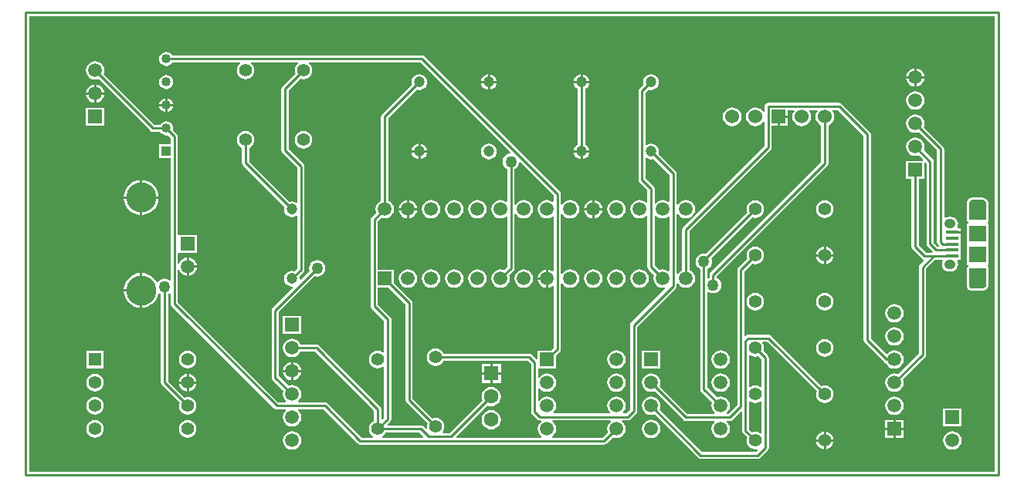
<source format=gtl>
G04 Layer_Physical_Order=1*
G04 Layer_Color=255*
%FSLAX24Y24*%
%MOIN*%
G70*
G01*
G75*
%ADD10R,0.0531X0.0157*%
%ADD11R,0.0748X0.0709*%
%ADD12C,0.0100*%
%ADD13C,0.0550*%
%ADD14R,0.0550X0.0550*%
%ADD15R,0.0591X0.0591*%
%ADD16C,0.0591*%
%ADD17C,0.0400*%
%ADD18R,0.0400X0.0400*%
%ADD19C,0.0600*%
%ADD20R,0.0600X0.0600*%
%ADD21C,0.0551*%
%ADD22R,0.0630X0.0630*%
%ADD23C,0.0630*%
%ADD24R,0.0591X0.0591*%
%ADD25C,0.1299*%
%ADD26O,0.0492X0.0413*%
%ADD27C,0.0472*%
%ADD28C,0.0500*%
G36*
X41847Y153D02*
X153D01*
Y19847D01*
X41847D01*
Y153D01*
D02*
G37*
%LPC*%
G36*
X7392Y8966D02*
X7050D01*
Y8624D01*
X7103Y8631D01*
X7199Y8670D01*
X7282Y8734D01*
X7345Y8816D01*
X7385Y8913D01*
X7392Y8966D01*
D02*
G37*
G36*
X26500Y8899D02*
X26397Y8885D01*
X26301Y8845D01*
X26218Y8782D01*
X26155Y8699D01*
X26115Y8603D01*
X26101Y8500D01*
X26115Y8397D01*
X26155Y8301D01*
X26218Y8218D01*
X26301Y8155D01*
X26397Y8115D01*
X26500Y8101D01*
X26603Y8115D01*
X26699Y8155D01*
X26782Y8218D01*
X26845Y8301D01*
X26885Y8397D01*
X26899Y8500D01*
X26885Y8603D01*
X26845Y8699D01*
X26782Y8782D01*
X26699Y8845D01*
X26603Y8885D01*
X26500Y8899D01*
D02*
G37*
G36*
X7050Y9408D02*
Y9066D01*
X7392D01*
X7385Y9119D01*
X7345Y9215D01*
X7282Y9298D01*
X7199Y9361D01*
X7103Y9401D01*
X7050Y9408D01*
D02*
G37*
G36*
X34450Y9450D02*
X34128D01*
X34134Y9402D01*
X34172Y9311D01*
X34232Y9232D01*
X34311Y9172D01*
X34402Y9134D01*
X34450Y9128D01*
Y9450D01*
D02*
G37*
G36*
X25500Y8899D02*
X25397Y8885D01*
X25301Y8845D01*
X25218Y8782D01*
X25155Y8699D01*
X25115Y8603D01*
X25101Y8500D01*
X25115Y8397D01*
X25155Y8301D01*
X25218Y8218D01*
X25301Y8155D01*
X25397Y8115D01*
X25500Y8101D01*
X25603Y8115D01*
X25699Y8155D01*
X25782Y8218D01*
X25845Y8301D01*
X25885Y8397D01*
X25899Y8500D01*
X25885Y8603D01*
X25845Y8699D01*
X25782Y8782D01*
X25699Y8845D01*
X25603Y8885D01*
X25500Y8899D01*
D02*
G37*
G36*
X37895Y2395D02*
X37550D01*
Y2050D01*
X37895D01*
Y2395D01*
D02*
G37*
G36*
X40395Y2895D02*
X39605D01*
Y2105D01*
X40395D01*
Y2895D01*
D02*
G37*
G36*
X24500Y8899D02*
X24397Y8885D01*
X24301Y8845D01*
X24218Y8782D01*
X24155Y8699D01*
X24115Y8603D01*
X24101Y8500D01*
X24115Y8397D01*
X24155Y8301D01*
X24218Y8218D01*
X24301Y8155D01*
X24397Y8115D01*
X24500Y8101D01*
X24603Y8115D01*
X24699Y8155D01*
X24782Y8218D01*
X24845Y8301D01*
X24885Y8397D01*
X24899Y8500D01*
X24885Y8603D01*
X24845Y8699D01*
X24782Y8782D01*
X24699Y8845D01*
X24603Y8885D01*
X24500Y8899D01*
D02*
G37*
G36*
X37450Y2395D02*
X37105D01*
Y2050D01*
X37450D01*
Y2395D01*
D02*
G37*
G36*
X34872Y9450D02*
X34550D01*
Y9128D01*
X34598Y9134D01*
X34689Y9172D01*
X34768Y9232D01*
X34828Y9311D01*
X34866Y9402D01*
X34872Y9450D01*
D02*
G37*
G36*
X37895Y1950D02*
X37550D01*
Y1605D01*
X37895D01*
Y1950D01*
D02*
G37*
G36*
X25500Y11899D02*
X25397Y11885D01*
X25301Y11845D01*
X25218Y11782D01*
X25155Y11699D01*
X25115Y11603D01*
X25101Y11500D01*
X25115Y11397D01*
X25155Y11301D01*
X25218Y11218D01*
X25301Y11155D01*
X25397Y11115D01*
X25500Y11101D01*
X25603Y11115D01*
X25699Y11155D01*
X25782Y11218D01*
X25845Y11301D01*
X25885Y11397D01*
X25899Y11500D01*
X25885Y11603D01*
X25845Y11699D01*
X25782Y11782D01*
X25699Y11845D01*
X25603Y11885D01*
X25500Y11899D01*
D02*
G37*
G36*
X24450Y11450D02*
X24108D01*
X24115Y11397D01*
X24155Y11301D01*
X24218Y11218D01*
X24301Y11155D01*
X24397Y11115D01*
X24450Y11108D01*
Y11450D01*
D02*
G37*
G36*
X37450Y1950D02*
X37105D01*
Y1605D01*
X37450D01*
Y1950D01*
D02*
G37*
G36*
X24892Y11450D02*
X24550D01*
Y11108D01*
X24603Y11115D01*
X24699Y11155D01*
X24782Y11218D01*
X24845Y11301D01*
X24885Y11397D01*
X24892Y11450D01*
D02*
G37*
G36*
X34550Y9872D02*
Y9550D01*
X34872D01*
X34866Y9598D01*
X34828Y9689D01*
X34768Y9768D01*
X34689Y9828D01*
X34598Y9866D01*
X34550Y9872D01*
D02*
G37*
G36*
X34450D02*
X34402Y9866D01*
X34311Y9828D01*
X34232Y9768D01*
X34172Y9689D01*
X34134Y9598D01*
X34128Y9550D01*
X34450D01*
Y9872D01*
D02*
G37*
G36*
X38400Y15599D02*
X38297Y15585D01*
X38201Y15545D01*
X38118Y15482D01*
X38055Y15399D01*
X38015Y15303D01*
X38001Y15200D01*
X38015Y15097D01*
X38055Y15001D01*
X38118Y14918D01*
X38201Y14855D01*
X38297Y14815D01*
X38400Y14801D01*
X38503Y14815D01*
X38550Y14834D01*
X39347Y14037D01*
Y10088D01*
X39359Y10030D01*
X39392Y9980D01*
X39440Y9931D01*
X39421Y9885D01*
X39371D01*
X39193Y10063D01*
Y13560D01*
X39181Y13619D01*
X39148Y13668D01*
X38766Y14050D01*
X38785Y14097D01*
X38799Y14200D01*
X38785Y14303D01*
X38745Y14399D01*
X38682Y14482D01*
X38599Y14545D01*
X38503Y14585D01*
X38400Y14599D01*
X38297Y14585D01*
X38201Y14545D01*
X38118Y14482D01*
X38055Y14399D01*
X38015Y14303D01*
X38001Y14200D01*
X38015Y14097D01*
X38055Y14001D01*
X38118Y13918D01*
X38201Y13855D01*
X38297Y13815D01*
X38400Y13801D01*
X38503Y13815D01*
X38550Y13834D01*
X38742Y13641D01*
X38723Y13595D01*
X38005D01*
Y12805D01*
X38247D01*
Y9876D01*
X38259Y9818D01*
X38292Y9768D01*
X38692Y9368D01*
X38741Y9335D01*
X38767Y9330D01*
X38783Y9276D01*
X38612Y9105D01*
X38579Y9055D01*
X38567Y8996D01*
Y5283D01*
X37650Y4366D01*
X37603Y4385D01*
X37500Y4399D01*
X37397Y4385D01*
X37301Y4345D01*
X37218Y4282D01*
X37155Y4199D01*
X37115Y4103D01*
X37101Y4000D01*
X37115Y3897D01*
X37155Y3801D01*
X37218Y3718D01*
X37301Y3655D01*
X37397Y3615D01*
X37500Y3601D01*
X37603Y3615D01*
X37699Y3655D01*
X37782Y3718D01*
X37845Y3801D01*
X37885Y3897D01*
X37899Y4000D01*
X37885Y4103D01*
X37866Y4150D01*
X38828Y5112D01*
X38861Y5161D01*
X38873Y5220D01*
Y8933D01*
X39263Y9323D01*
X39575D01*
X39599Y9273D01*
X39594Y9267D01*
X39563Y9192D01*
X39553Y9112D01*
X39563Y9032D01*
X39594Y8958D01*
X39643Y8893D01*
X39708Y8844D01*
X39782Y8813D01*
X39862Y8803D01*
X39941D01*
X40021Y8813D01*
X40096Y8844D01*
X40160Y8893D01*
X40209Y8958D01*
X40240Y9032D01*
X40250Y9112D01*
X40240Y9192D01*
X40217Y9248D01*
X40243Y9298D01*
X40366D01*
Y9554D01*
Y9809D01*
Y10065D01*
Y10321D01*
Y10450D01*
X40000D01*
Y10550D01*
X40366D01*
Y10679D01*
X40243D01*
X40217Y10729D01*
X40240Y10784D01*
X40250Y10864D01*
X40240Y10944D01*
X40209Y11019D01*
X40160Y11083D01*
X40096Y11132D01*
X40021Y11163D01*
X39941Y11174D01*
X39862D01*
X39782Y11163D01*
X39708Y11132D01*
X39698Y11125D01*
X39653Y11147D01*
Y14100D01*
X39641Y14159D01*
X39608Y14208D01*
X38766Y15050D01*
X38785Y15097D01*
X38799Y15200D01*
X38785Y15303D01*
X38745Y15399D01*
X38682Y15482D01*
X38599Y15545D01*
X38503Y15585D01*
X38400Y15599D01*
D02*
G37*
G36*
X3000Y2378D02*
X2902Y2365D01*
X2811Y2328D01*
X2733Y2267D01*
X2672Y2189D01*
X2635Y2098D01*
X2622Y2000D01*
X2635Y1902D01*
X2672Y1811D01*
X2733Y1733D01*
X2811Y1672D01*
X2902Y1635D01*
X3000Y1622D01*
X3098Y1635D01*
X3189Y1672D01*
X3267Y1733D01*
X3328Y1811D01*
X3365Y1902D01*
X3378Y2000D01*
X3365Y2098D01*
X3328Y2189D01*
X3267Y2267D01*
X3189Y2328D01*
X3098Y2365D01*
X3000Y2378D01*
D02*
G37*
G36*
X7000D02*
X6902Y2365D01*
X6811Y2328D01*
X6733Y2267D01*
X6672Y2189D01*
X6635Y2098D01*
X6622Y2000D01*
X6635Y1902D01*
X6672Y1811D01*
X6733Y1733D01*
X6811Y1672D01*
X6902Y1635D01*
X7000Y1622D01*
X7098Y1635D01*
X7189Y1672D01*
X7267Y1733D01*
X7328Y1811D01*
X7365Y1902D01*
X7378Y2000D01*
X7365Y2098D01*
X7328Y2189D01*
X7267Y2267D01*
X7189Y2328D01*
X7098Y2365D01*
X7000Y2378D01*
D02*
G37*
G36*
X37500Y3399D02*
X37397Y3385D01*
X37301Y3345D01*
X37218Y3282D01*
X37155Y3199D01*
X37115Y3103D01*
X37101Y3000D01*
X37115Y2897D01*
X37155Y2801D01*
X37218Y2718D01*
X37301Y2655D01*
X37397Y2615D01*
X37500Y2601D01*
X37603Y2615D01*
X37699Y2655D01*
X37782Y2718D01*
X37845Y2801D01*
X37885Y2897D01*
X37899Y3000D01*
X37885Y3103D01*
X37845Y3199D01*
X37782Y3282D01*
X37699Y3345D01*
X37603Y3385D01*
X37500Y3399D01*
D02*
G37*
G36*
X25500Y4399D02*
X25397Y4385D01*
X25301Y4345D01*
X25218Y4282D01*
X25155Y4199D01*
X25115Y4103D01*
X25101Y4000D01*
X25115Y3897D01*
X25155Y3801D01*
X25218Y3718D01*
X25301Y3655D01*
X25397Y3615D01*
X25500Y3601D01*
X25603Y3615D01*
X25699Y3655D01*
X25782Y3718D01*
X25845Y3801D01*
X25885Y3897D01*
X25899Y4000D01*
X25885Y4103D01*
X25845Y4199D01*
X25782Y4282D01*
X25699Y4345D01*
X25603Y4385D01*
X25500Y4399D01*
D02*
G37*
G36*
X30000D02*
X29897Y4385D01*
X29801Y4345D01*
X29718Y4282D01*
X29655Y4199D01*
X29615Y4103D01*
X29601Y4000D01*
X29615Y3897D01*
X29655Y3801D01*
X29718Y3718D01*
X29801Y3655D01*
X29897Y3615D01*
X30000Y3601D01*
X30103Y3615D01*
X30199Y3655D01*
X30282Y3718D01*
X30345Y3801D01*
X30385Y3897D01*
X30399Y4000D01*
X30385Y4103D01*
X30345Y4199D01*
X30282Y4282D01*
X30199Y4345D01*
X30103Y4385D01*
X30000Y4399D01*
D02*
G37*
G36*
X25500Y5399D02*
X25397Y5385D01*
X25301Y5345D01*
X25218Y5282D01*
X25155Y5199D01*
X25115Y5103D01*
X25101Y5000D01*
X25115Y4897D01*
X25155Y4801D01*
X25218Y4718D01*
X25301Y4655D01*
X25397Y4615D01*
X25500Y4601D01*
X25603Y4615D01*
X25699Y4655D01*
X25782Y4718D01*
X25845Y4801D01*
X25885Y4897D01*
X25899Y5000D01*
X25885Y5103D01*
X25845Y5199D01*
X25782Y5282D01*
X25699Y5345D01*
X25603Y5385D01*
X25500Y5399D01*
D02*
G37*
G36*
X27395Y5395D02*
X26605D01*
Y4605D01*
X27395D01*
Y5395D01*
D02*
G37*
G36*
X30000Y5399D02*
X29897Y5385D01*
X29801Y5345D01*
X29718Y5282D01*
X29655Y5199D01*
X29615Y5103D01*
X29601Y5000D01*
X29615Y4897D01*
X29655Y4801D01*
X29718Y4718D01*
X29801Y4655D01*
X29897Y4615D01*
X30000Y4601D01*
X30103Y4615D01*
X30199Y4655D01*
X30282Y4718D01*
X30345Y4801D01*
X30385Y4897D01*
X30399Y5000D01*
X30385Y5103D01*
X30345Y5199D01*
X30282Y5282D01*
X30199Y5345D01*
X30103Y5385D01*
X30000Y5399D01*
D02*
G37*
G36*
X7050Y4372D02*
Y4050D01*
X7372D01*
X7365Y4098D01*
X7328Y4189D01*
X7267Y4267D01*
X7189Y4328D01*
X7098Y4365D01*
X7050Y4372D01*
D02*
G37*
G36*
X6950D02*
X6902Y4365D01*
X6811Y4328D01*
X6733Y4267D01*
X6672Y4189D01*
X6635Y4098D01*
X6628Y4050D01*
X6950D01*
Y4372D01*
D02*
G37*
G36*
X7372Y3950D02*
X7050D01*
Y3628D01*
X7098Y3635D01*
X7189Y3672D01*
X7267Y3733D01*
X7328Y3811D01*
X7365Y3902D01*
X7372Y3950D01*
D02*
G37*
G36*
X3000Y4378D02*
X2902Y4365D01*
X2811Y4328D01*
X2733Y4267D01*
X2672Y4189D01*
X2635Y4098D01*
X2622Y4000D01*
X2635Y3902D01*
X2672Y3811D01*
X2733Y3733D01*
X2811Y3672D01*
X2902Y3635D01*
X3000Y3622D01*
X3098Y3635D01*
X3189Y3672D01*
X3267Y3733D01*
X3328Y3811D01*
X3365Y3902D01*
X3378Y4000D01*
X3365Y4098D01*
X3328Y4189D01*
X3267Y4267D01*
X3189Y4328D01*
X3098Y4365D01*
X3000Y4378D01*
D02*
G37*
G36*
X6950Y3950D02*
X6628D01*
X6635Y3902D01*
X6672Y3811D01*
X6733Y3733D01*
X6811Y3672D01*
X6902Y3635D01*
X6950Y3628D01*
Y3950D01*
D02*
G37*
G36*
X7000Y5378D02*
X6902Y5365D01*
X6811Y5328D01*
X6733Y5267D01*
X6672Y5189D01*
X6635Y5098D01*
X6622Y5000D01*
X6635Y4902D01*
X6672Y4811D01*
X6733Y4733D01*
X6811Y4672D01*
X6902Y4635D01*
X7000Y4622D01*
X7098Y4635D01*
X7189Y4672D01*
X7267Y4733D01*
X7328Y4811D01*
X7365Y4902D01*
X7378Y5000D01*
X7365Y5098D01*
X7328Y5189D01*
X7267Y5267D01*
X7189Y5328D01*
X7098Y5365D01*
X7000Y5378D01*
D02*
G37*
G36*
X34500Y7879D02*
X34402Y7866D01*
X34311Y7828D01*
X34232Y7768D01*
X34172Y7689D01*
X34134Y7598D01*
X34121Y7500D01*
X34134Y7402D01*
X34172Y7311D01*
X34232Y7232D01*
X34311Y7172D01*
X34402Y7134D01*
X34500Y7121D01*
X34598Y7134D01*
X34689Y7172D01*
X34768Y7232D01*
X34828Y7311D01*
X34866Y7402D01*
X34879Y7500D01*
X34866Y7598D01*
X34828Y7689D01*
X34768Y7768D01*
X34689Y7828D01*
X34598Y7866D01*
X34500Y7879D01*
D02*
G37*
G36*
X31500D02*
X31402Y7866D01*
X31311Y7828D01*
X31232Y7768D01*
X31172Y7689D01*
X31134Y7598D01*
X31121Y7500D01*
X31134Y7402D01*
X31172Y7311D01*
X31232Y7232D01*
X31311Y7172D01*
X31402Y7134D01*
X31500Y7121D01*
X31598Y7134D01*
X31689Y7172D01*
X31768Y7232D01*
X31828Y7311D01*
X31866Y7402D01*
X31879Y7500D01*
X31866Y7598D01*
X31828Y7689D01*
X31768Y7768D01*
X31689Y7828D01*
X31598Y7866D01*
X31500Y7879D01*
D02*
G37*
G36*
X4942Y7942D02*
X4244D01*
X4253Y7845D01*
X4296Y7704D01*
X4366Y7574D01*
X4460Y7459D01*
X4574Y7366D01*
X4704Y7296D01*
X4845Y7253D01*
X4942Y7244D01*
Y7942D01*
D02*
G37*
G36*
Y8740D02*
X4845Y8731D01*
X4704Y8688D01*
X4574Y8618D01*
X4460Y8525D01*
X4366Y8411D01*
X4296Y8280D01*
X4253Y8139D01*
X4244Y8042D01*
X4942D01*
Y8740D01*
D02*
G37*
G36*
X41321Y12001D02*
X40825D01*
X40786Y11993D01*
X40743Y11975D01*
X40709Y11953D01*
X40676Y11920D01*
X40654Y11886D01*
X40636Y11843D01*
X40628Y11804D01*
Y11038D01*
X40636Y10999D01*
X40658Y10966D01*
X40690Y10945D01*
X40691Y10941D01*
X40681Y10895D01*
X40630D01*
Y9987D01*
Y9081D01*
X40681D01*
X40691Y9036D01*
X40690Y9031D01*
X40658Y9010D01*
X40636Y8977D01*
X40628Y8938D01*
Y8172D01*
X40636Y8133D01*
X40654Y8090D01*
X40676Y8057D01*
X40709Y8024D01*
X40743Y8002D01*
X40786Y7984D01*
X40825Y7976D01*
X41321D01*
X41360Y7984D01*
X41432Y8014D01*
X41465Y8036D01*
X41520Y8091D01*
X41543Y8124D01*
X41573Y8196D01*
X41580Y8235D01*
Y8938D01*
X41573Y8977D01*
X41550Y9010D01*
X41519Y9031D01*
X41518Y9036D01*
X41527Y9081D01*
X41578D01*
Y9987D01*
Y10895D01*
X41527D01*
X41518Y10941D01*
X41519Y10945D01*
X41550Y10966D01*
X41573Y10999D01*
X41580Y11038D01*
Y11741D01*
X41573Y11780D01*
X41543Y11852D01*
X41520Y11885D01*
X41465Y11941D01*
X41432Y11963D01*
X41360Y11993D01*
X41321Y12001D01*
D02*
G37*
G36*
X34500Y5879D02*
X34402Y5866D01*
X34311Y5828D01*
X34232Y5768D01*
X34172Y5689D01*
X34134Y5598D01*
X34121Y5500D01*
X34134Y5402D01*
X34172Y5311D01*
X34232Y5232D01*
X34311Y5172D01*
X34402Y5134D01*
X34500Y5121D01*
X34598Y5134D01*
X34689Y5172D01*
X34768Y5232D01*
X34828Y5311D01*
X34866Y5402D01*
X34879Y5500D01*
X34866Y5598D01*
X34828Y5689D01*
X34768Y5768D01*
X34689Y5828D01*
X34598Y5866D01*
X34500Y5879D01*
D02*
G37*
G36*
X3375Y5375D02*
X2625D01*
Y4625D01*
X3375D01*
Y5375D01*
D02*
G37*
G36*
X37500Y6399D02*
X37397Y6385D01*
X37301Y6345D01*
X37218Y6282D01*
X37155Y6199D01*
X37115Y6103D01*
X37101Y6000D01*
X37115Y5897D01*
X37155Y5801D01*
X37218Y5718D01*
X37301Y5655D01*
X37397Y5615D01*
X37500Y5601D01*
X37603Y5615D01*
X37699Y5655D01*
X37782Y5718D01*
X37845Y5801D01*
X37885Y5897D01*
X37899Y6000D01*
X37885Y6103D01*
X37845Y6199D01*
X37782Y6282D01*
X37699Y6345D01*
X37603Y6385D01*
X37500Y6399D01*
D02*
G37*
G36*
Y7399D02*
X37397Y7385D01*
X37301Y7345D01*
X37218Y7282D01*
X37155Y7199D01*
X37115Y7103D01*
X37101Y7000D01*
X37115Y6897D01*
X37155Y6801D01*
X37218Y6718D01*
X37301Y6655D01*
X37397Y6615D01*
X37500Y6601D01*
X37603Y6615D01*
X37699Y6655D01*
X37782Y6718D01*
X37845Y6801D01*
X37885Y6897D01*
X37899Y7000D01*
X37885Y7103D01*
X37845Y7199D01*
X37782Y7282D01*
X37699Y7345D01*
X37603Y7385D01*
X37500Y7399D01*
D02*
G37*
G36*
X3000Y3378D02*
X2902Y3365D01*
X2811Y3328D01*
X2733Y3267D01*
X2672Y3189D01*
X2635Y3098D01*
X2622Y3000D01*
X2635Y2902D01*
X2672Y2811D01*
X2733Y2733D01*
X2811Y2672D01*
X2902Y2635D01*
X3000Y2622D01*
X3098Y2635D01*
X3189Y2672D01*
X3267Y2733D01*
X3328Y2811D01*
X3365Y2902D01*
X3378Y3000D01*
X3365Y3098D01*
X3328Y3189D01*
X3267Y3267D01*
X3189Y3328D01*
X3098Y3365D01*
X3000Y3378D01*
D02*
G37*
G36*
X34500Y11879D02*
X34402Y11866D01*
X34311Y11828D01*
X34232Y11768D01*
X34172Y11689D01*
X34134Y11598D01*
X34121Y11500D01*
X34134Y11402D01*
X34172Y11311D01*
X34232Y11232D01*
X34311Y11172D01*
X34402Y11134D01*
X34500Y11121D01*
X34598Y11134D01*
X34689Y11172D01*
X34768Y11232D01*
X34828Y11311D01*
X34866Y11402D01*
X34879Y11500D01*
X34866Y11598D01*
X34828Y11689D01*
X34768Y11768D01*
X34689Y11828D01*
X34598Y11866D01*
X34500Y11879D01*
D02*
G37*
G36*
X6120Y16296D02*
Y16050D01*
X6366D01*
X6362Y16078D01*
X6332Y16151D01*
X6284Y16214D01*
X6221Y16262D01*
X6148Y16292D01*
X6120Y16296D01*
D02*
G37*
G36*
X6020D02*
X5992Y16292D01*
X5919Y16262D01*
X5856Y16214D01*
X5808Y16151D01*
X5778Y16078D01*
X5774Y16050D01*
X6020D01*
Y16296D01*
D02*
G37*
G36*
X38400Y16599D02*
X38297Y16585D01*
X38201Y16545D01*
X38118Y16482D01*
X38055Y16399D01*
X38015Y16303D01*
X38001Y16200D01*
X38015Y16097D01*
X38055Y16001D01*
X38118Y15918D01*
X38201Y15855D01*
X38297Y15815D01*
X38400Y15801D01*
X38503Y15815D01*
X38599Y15855D01*
X38682Y15918D01*
X38745Y16001D01*
X38785Y16097D01*
X38799Y16200D01*
X38785Y16303D01*
X38745Y16399D01*
X38682Y16482D01*
X38599Y16545D01*
X38503Y16585D01*
X38400Y16599D01*
D02*
G37*
G36*
X2950Y16892D02*
X2897Y16885D01*
X2801Y16845D01*
X2718Y16782D01*
X2655Y16699D01*
X2615Y16603D01*
X2608Y16550D01*
X2950D01*
Y16892D01*
D02*
G37*
G36*
X3392Y16450D02*
X3050D01*
Y16108D01*
X3103Y16115D01*
X3199Y16155D01*
X3282Y16218D01*
X3345Y16301D01*
X3385Y16397D01*
X3392Y16450D01*
D02*
G37*
G36*
X2950D02*
X2608D01*
X2615Y16397D01*
X2655Y16301D01*
X2718Y16218D01*
X2801Y16155D01*
X2897Y16115D01*
X2950Y16108D01*
Y16450D01*
D02*
G37*
G36*
X32900Y15450D02*
X32550D01*
Y15100D01*
X32900D01*
Y15450D01*
D02*
G37*
G36*
X30500Y15903D02*
X30396Y15890D01*
X30298Y15849D01*
X30215Y15785D01*
X30151Y15702D01*
X30110Y15604D01*
X30097Y15500D01*
X30110Y15396D01*
X30151Y15298D01*
X30215Y15215D01*
X30298Y15151D01*
X30396Y15110D01*
X30500Y15097D01*
X30604Y15110D01*
X30702Y15151D01*
X30785Y15215D01*
X30849Y15298D01*
X30890Y15396D01*
X30903Y15500D01*
X30890Y15604D01*
X30849Y15702D01*
X30785Y15785D01*
X30702Y15849D01*
X30604Y15890D01*
X30500Y15903D01*
D02*
G37*
G36*
X11500Y1899D02*
X11397Y1885D01*
X11301Y1845D01*
X11218Y1782D01*
X11155Y1699D01*
X11115Y1603D01*
X11101Y1500D01*
X11115Y1397D01*
X11155Y1301D01*
X11218Y1218D01*
X11301Y1155D01*
X11397Y1115D01*
X11500Y1101D01*
X11603Y1115D01*
X11699Y1155D01*
X11782Y1218D01*
X11845Y1301D01*
X11885Y1397D01*
X11899Y1500D01*
X11885Y1603D01*
X11845Y1699D01*
X11782Y1782D01*
X11699Y1845D01*
X11603Y1885D01*
X11500Y1899D01*
D02*
G37*
G36*
X6366Y15950D02*
X6120D01*
Y15704D01*
X6148Y15708D01*
X6221Y15738D01*
X6284Y15786D01*
X6332Y15849D01*
X6362Y15922D01*
X6366Y15950D01*
D02*
G37*
G36*
X6020D02*
X5774D01*
X5778Y15922D01*
X5808Y15849D01*
X5856Y15786D01*
X5919Y15738D01*
X5992Y15708D01*
X6020Y15704D01*
Y15950D01*
D02*
G37*
G36*
X3395Y15895D02*
X2605D01*
Y15105D01*
X3395D01*
Y15895D01*
D02*
G37*
G36*
X20050Y17333D02*
Y17050D01*
X20333D01*
X20328Y17088D01*
X20294Y17170D01*
X20240Y17240D01*
X20170Y17294D01*
X20088Y17328D01*
X20050Y17333D01*
D02*
G37*
G36*
X19950D02*
X19912Y17328D01*
X19830Y17294D01*
X19760Y17240D01*
X19706Y17170D01*
X19672Y17088D01*
X19667Y17050D01*
X19950D01*
Y17333D01*
D02*
G37*
G36*
X23950D02*
X23912Y17328D01*
X23830Y17294D01*
X23760Y17240D01*
X23706Y17170D01*
X23672Y17088D01*
X23667Y17050D01*
X23950D01*
Y17333D01*
D02*
G37*
G36*
X38450Y17592D02*
Y17250D01*
X38792D01*
X38785Y17303D01*
X38745Y17399D01*
X38682Y17482D01*
X38599Y17545D01*
X38503Y17585D01*
X38450Y17592D01*
D02*
G37*
G36*
X38350D02*
X38297Y17585D01*
X38201Y17545D01*
X38118Y17482D01*
X38055Y17399D01*
X38015Y17303D01*
X38008Y17250D01*
X38350D01*
Y17592D01*
D02*
G37*
G36*
X24050Y17333D02*
Y17050D01*
X24333D01*
X24328Y17088D01*
X24294Y17170D01*
X24240Y17240D01*
X24170Y17294D01*
X24088Y17328D01*
X24050Y17333D01*
D02*
G37*
G36*
X20333Y16950D02*
X20050D01*
Y16667D01*
X20088Y16672D01*
X20170Y16706D01*
X20240Y16760D01*
X20294Y16830D01*
X20328Y16912D01*
X20333Y16950D01*
D02*
G37*
G36*
X19950D02*
X19667D01*
X19672Y16912D01*
X19706Y16830D01*
X19760Y16760D01*
X19830Y16706D01*
X19912Y16672D01*
X19950Y16667D01*
Y16950D01*
D02*
G37*
G36*
X3050Y16892D02*
Y16550D01*
X3392D01*
X3385Y16603D01*
X3345Y16699D01*
X3282Y16782D01*
X3199Y16845D01*
X3103Y16885D01*
X3050Y16892D01*
D02*
G37*
G36*
X38792Y17150D02*
X38450D01*
Y16808D01*
X38503Y16815D01*
X38599Y16855D01*
X38682Y16918D01*
X38745Y17001D01*
X38785Y17097D01*
X38792Y17150D01*
D02*
G37*
G36*
X38350D02*
X38008D01*
X38015Y17097D01*
X38055Y17001D01*
X38118Y16918D01*
X38201Y16855D01*
X38297Y16815D01*
X38350Y16808D01*
Y17150D01*
D02*
G37*
G36*
X6070Y17303D02*
X5992Y17292D01*
X5919Y17262D01*
X5856Y17214D01*
X5808Y17151D01*
X5778Y17078D01*
X5767Y17000D01*
X5778Y16922D01*
X5808Y16849D01*
X5856Y16786D01*
X5919Y16738D01*
X5992Y16708D01*
X6070Y16697D01*
X6148Y16708D01*
X6221Y16738D01*
X6284Y16786D01*
X6332Y16849D01*
X6362Y16922D01*
X6373Y17000D01*
X6362Y17078D01*
X6332Y17151D01*
X6284Y17214D01*
X6221Y17262D01*
X6148Y17292D01*
X6070Y17303D01*
D02*
G37*
G36*
Y18303D02*
X5992Y18292D01*
X5919Y18262D01*
X5856Y18214D01*
X5808Y18151D01*
X5778Y18078D01*
X5767Y18000D01*
X5778Y17922D01*
X5808Y17849D01*
X5856Y17786D01*
X5919Y17738D01*
X5992Y17708D01*
X6070Y17697D01*
X6148Y17708D01*
X6221Y17738D01*
X6284Y17786D01*
X6331Y17847D01*
X9253D01*
X9270Y17797D01*
X9232Y17768D01*
X9172Y17689D01*
X9134Y17598D01*
X9121Y17500D01*
X9134Y17402D01*
X9172Y17311D01*
X9232Y17232D01*
X9311Y17172D01*
X9402Y17134D01*
X9500Y17121D01*
X9598Y17134D01*
X9689Y17172D01*
X9768Y17232D01*
X9828Y17311D01*
X9866Y17402D01*
X9879Y17500D01*
X9866Y17598D01*
X9828Y17689D01*
X9768Y17768D01*
X9730Y17797D01*
X9747Y17847D01*
X11753D01*
X11770Y17797D01*
X11732Y17768D01*
X11672Y17689D01*
X11634Y17598D01*
X11621Y17500D01*
X11634Y17402D01*
X11649Y17365D01*
X11092Y16808D01*
X11059Y16759D01*
X11047Y16700D01*
Y14040D01*
X11059Y13981D01*
X11092Y13932D01*
X11737Y13287D01*
Y11798D01*
X11692Y11776D01*
X11670Y11794D01*
X11588Y11828D01*
X11500Y11839D01*
X11412Y11828D01*
X11396Y11821D01*
X9653Y13563D01*
Y14157D01*
X9689Y14172D01*
X9768Y14232D01*
X9828Y14311D01*
X9866Y14402D01*
X9879Y14500D01*
X9866Y14598D01*
X9828Y14689D01*
X9768Y14768D01*
X9689Y14828D01*
X9598Y14866D01*
X9500Y14879D01*
X9402Y14866D01*
X9311Y14828D01*
X9232Y14768D01*
X9172Y14689D01*
X9134Y14598D01*
X9121Y14500D01*
X9134Y14402D01*
X9172Y14311D01*
X9232Y14232D01*
X9311Y14172D01*
X9347Y14157D01*
Y13500D01*
X9359Y13441D01*
X9392Y13392D01*
X11179Y11604D01*
X11172Y11588D01*
X11161Y11500D01*
X11172Y11412D01*
X11206Y11330D01*
X11260Y11260D01*
X11330Y11206D01*
X11412Y11172D01*
X11500Y11161D01*
X11588Y11172D01*
X11670Y11206D01*
X11692Y11224D01*
X11737Y11202D01*
Y8953D01*
X11604Y8821D01*
X11588Y8828D01*
X11500Y8839D01*
X11412Y8828D01*
X11330Y8794D01*
X11260Y8740D01*
X11206Y8670D01*
X11172Y8588D01*
X11161Y8500D01*
X11172Y8412D01*
X11206Y8330D01*
X11260Y8260D01*
X11330Y8206D01*
X11412Y8172D01*
X11500Y8161D01*
X11516Y8163D01*
X11539Y8116D01*
X10662Y7238D01*
X10629Y7189D01*
X10617Y7130D01*
Y4230D01*
X10629Y4171D01*
X10662Y4122D01*
X11134Y3650D01*
X11115Y3603D01*
X11101Y3500D01*
X11115Y3397D01*
X11155Y3301D01*
X11218Y3218D01*
X11238Y3203D01*
X11221Y3153D01*
X10913D01*
X6573Y7493D01*
Y8883D01*
X6623Y8893D01*
X6655Y8816D01*
X6718Y8734D01*
X6801Y8670D01*
X6897Y8631D01*
X6950Y8624D01*
Y9016D01*
Y9408D01*
X6897Y9401D01*
X6801Y9361D01*
X6718Y9298D01*
X6655Y9215D01*
X6623Y9138D01*
X6573Y9148D01*
Y9568D01*
X6605Y9605D01*
X6623Y9605D01*
X7395D01*
Y10395D01*
X6623D01*
X6605Y10395D01*
X6573Y10432D01*
Y14650D01*
X6561Y14709D01*
X6528Y14758D01*
X6363Y14924D01*
X6373Y15000D01*
X6362Y15078D01*
X6332Y15151D01*
X6284Y15214D01*
X6221Y15262D01*
X6148Y15292D01*
X6070Y15303D01*
X5992Y15292D01*
X5919Y15262D01*
X5856Y15214D01*
X5809Y15153D01*
X5563D01*
X3366Y17350D01*
X3385Y17397D01*
X3399Y17500D01*
X3385Y17603D01*
X3345Y17699D01*
X3282Y17782D01*
X3199Y17845D01*
X3103Y17885D01*
X3000Y17899D01*
X2897Y17885D01*
X2801Y17845D01*
X2718Y17782D01*
X2655Y17699D01*
X2615Y17603D01*
X2601Y17500D01*
X2615Y17397D01*
X2655Y17301D01*
X2718Y17218D01*
X2801Y17155D01*
X2897Y17115D01*
X3000Y17101D01*
X3103Y17115D01*
X3150Y17134D01*
X5392Y14892D01*
X5441Y14859D01*
X5500Y14847D01*
X5809D01*
X5856Y14786D01*
X5919Y14738D01*
X5992Y14708D01*
X6070Y14697D01*
X6146Y14707D01*
X6267Y14587D01*
Y14300D01*
X5770D01*
Y13700D01*
X6267D01*
Y8449D01*
X6217Y8425D01*
X6177Y8456D01*
X6091Y8491D01*
X6000Y8503D01*
X5909Y8491D01*
X5823Y8456D01*
X5750Y8400D01*
X5709Y8346D01*
X5652Y8348D01*
X5618Y8411D01*
X5525Y8525D01*
X5411Y8618D01*
X5280Y8688D01*
X5139Y8731D01*
X5042Y8740D01*
Y7992D01*
Y7244D01*
X5139Y7253D01*
X5280Y7296D01*
X5411Y7366D01*
X5525Y7459D01*
X5618Y7574D01*
X5688Y7704D01*
X5731Y7845D01*
X5732Y7852D01*
X5784Y7875D01*
X5823Y7844D01*
X5847Y7835D01*
Y4000D01*
X5859Y3941D01*
X5892Y3892D01*
X6650Y3134D01*
X6635Y3098D01*
X6622Y3000D01*
X6635Y2902D01*
X6672Y2811D01*
X6733Y2733D01*
X6811Y2672D01*
X6902Y2635D01*
X7000Y2622D01*
X7098Y2635D01*
X7189Y2672D01*
X7267Y2733D01*
X7328Y2811D01*
X7365Y2902D01*
X7378Y3000D01*
X7365Y3098D01*
X7328Y3189D01*
X7267Y3267D01*
X7189Y3328D01*
X7098Y3365D01*
X7000Y3378D01*
X6902Y3365D01*
X6866Y3350D01*
X6153Y4063D01*
Y7835D01*
X6177Y7844D01*
X6217Y7875D01*
X6267Y7851D01*
Y7430D01*
X6279Y7371D01*
X6312Y7322D01*
X10742Y2892D01*
X10791Y2859D01*
X10850Y2847D01*
X11221D01*
X11238Y2797D01*
X11218Y2782D01*
X11155Y2699D01*
X11115Y2603D01*
X11101Y2500D01*
X11115Y2397D01*
X11155Y2301D01*
X11218Y2218D01*
X11301Y2155D01*
X11397Y2115D01*
X11500Y2101D01*
X11603Y2115D01*
X11699Y2155D01*
X11782Y2218D01*
X11845Y2301D01*
X11885Y2397D01*
X11899Y2500D01*
X11885Y2603D01*
X11845Y2699D01*
X11782Y2782D01*
X11762Y2797D01*
X11779Y2847D01*
X12857D01*
X14337Y1366D01*
X14387Y1333D01*
X14446Y1321D01*
X24974D01*
X25033Y1333D01*
X25083Y1366D01*
X25350Y1634D01*
X25397Y1615D01*
X25500Y1601D01*
X25603Y1615D01*
X25699Y1655D01*
X25782Y1718D01*
X25845Y1801D01*
X25885Y1897D01*
X25899Y2000D01*
X25885Y2103D01*
X25845Y2199D01*
X25782Y2282D01*
X25736Y2317D01*
X25753Y2367D01*
X26000D01*
X26059Y2379D01*
X26108Y2412D01*
X26358Y2662D01*
X26391Y2711D01*
X26403Y2770D01*
Y6427D01*
X28058Y8082D01*
X28091Y8131D01*
X28103Y8190D01*
Y8295D01*
X28153Y8305D01*
X28155Y8301D01*
X28218Y8218D01*
X28301Y8155D01*
X28397Y8115D01*
X28500Y8101D01*
X28603Y8115D01*
X28699Y8155D01*
X28782Y8218D01*
X28845Y8301D01*
X28885Y8397D01*
X28899Y8500D01*
X28885Y8603D01*
X28845Y8699D01*
X28782Y8782D01*
X28699Y8845D01*
X28653Y8864D01*
Y10567D01*
X32158Y14072D01*
X32191Y14121D01*
X32203Y14180D01*
Y15100D01*
X32450D01*
Y15500D01*
X32500D01*
Y15550D01*
X32900D01*
Y15797D01*
X33161D01*
X33185Y15747D01*
X33151Y15702D01*
X33110Y15604D01*
X33097Y15500D01*
X33110Y15396D01*
X33151Y15298D01*
X33215Y15215D01*
X33298Y15151D01*
X33396Y15110D01*
X33500Y15097D01*
X33604Y15110D01*
X33702Y15151D01*
X33785Y15215D01*
X33849Y15298D01*
X33890Y15396D01*
X33903Y15500D01*
X33890Y15604D01*
X33849Y15702D01*
X33815Y15747D01*
X33839Y15797D01*
X34161D01*
X34185Y15747D01*
X34151Y15702D01*
X34110Y15604D01*
X34097Y15500D01*
X34110Y15396D01*
X34151Y15298D01*
X34215Y15215D01*
X34298Y15151D01*
X34347Y15130D01*
Y13543D01*
X29572Y8768D01*
X29539Y8719D01*
X29527Y8660D01*
Y8535D01*
X29503Y8526D01*
X29478Y8506D01*
X29433Y8528D01*
Y8925D01*
X29457Y8934D01*
X29530Y8990D01*
X29586Y9063D01*
X29621Y9149D01*
X29633Y9240D01*
X29621Y9331D01*
X29600Y9383D01*
X31365Y11149D01*
X31402Y11134D01*
X31500Y11121D01*
X31598Y11134D01*
X31689Y11172D01*
X31768Y11232D01*
X31828Y11311D01*
X31866Y11402D01*
X31879Y11500D01*
X31866Y11598D01*
X31828Y11689D01*
X31768Y11768D01*
X31689Y11828D01*
X31598Y11866D01*
X31500Y11879D01*
X31402Y11866D01*
X31311Y11828D01*
X31232Y11768D01*
X31172Y11689D01*
X31134Y11598D01*
X31121Y11500D01*
X31134Y11402D01*
X31149Y11365D01*
X29365Y9582D01*
X29280Y9593D01*
X29189Y9581D01*
X29103Y9546D01*
X29030Y9490D01*
X28974Y9417D01*
X28939Y9331D01*
X28927Y9240D01*
X28939Y9149D01*
X28974Y9063D01*
X29030Y8990D01*
X29103Y8934D01*
X29127Y8925D01*
Y3720D01*
X29139Y3661D01*
X29172Y3612D01*
X29634Y3150D01*
X29615Y3103D01*
X29601Y3000D01*
X29615Y2897D01*
X29655Y2801D01*
X29718Y2718D01*
X29738Y2703D01*
X29721Y2653D01*
X28563D01*
X27366Y3850D01*
X27385Y3897D01*
X27399Y4000D01*
X27385Y4103D01*
X27345Y4199D01*
X27282Y4282D01*
X27199Y4345D01*
X27103Y4385D01*
X27000Y4399D01*
X26897Y4385D01*
X26801Y4345D01*
X26718Y4282D01*
X26655Y4199D01*
X26615Y4103D01*
X26601Y4000D01*
X26615Y3897D01*
X26655Y3801D01*
X26718Y3718D01*
X26801Y3655D01*
X26897Y3615D01*
X27000Y3601D01*
X27103Y3615D01*
X27150Y3634D01*
X28392Y2392D01*
X28441Y2359D01*
X28500Y2347D01*
X29721D01*
X29738Y2297D01*
X29718Y2282D01*
X29655Y2199D01*
X29615Y2103D01*
X29601Y2000D01*
X29615Y1897D01*
X29655Y1801D01*
X29718Y1718D01*
X29801Y1655D01*
X29897Y1615D01*
X30000Y1601D01*
X30103Y1615D01*
X30199Y1655D01*
X30282Y1718D01*
X30345Y1801D01*
X30385Y1897D01*
X30399Y2000D01*
X30385Y2103D01*
X30345Y2199D01*
X30282Y2282D01*
X30262Y2297D01*
X30279Y2347D01*
X30400D01*
X30459Y2359D01*
X30508Y2392D01*
X30875Y2759D01*
X30921Y2740D01*
Y1926D01*
X30933Y1867D01*
X30966Y1817D01*
X31149Y1635D01*
X31134Y1598D01*
X31121Y1500D01*
X31134Y1402D01*
X31172Y1311D01*
X31232Y1232D01*
X31311Y1172D01*
X31402Y1134D01*
X31500Y1121D01*
X31585Y1132D01*
X31609Y1095D01*
X31612Y1088D01*
X31537Y1013D01*
X29203D01*
X27366Y2850D01*
X27385Y2897D01*
X27399Y3000D01*
X27385Y3103D01*
X27345Y3199D01*
X27282Y3282D01*
X27199Y3345D01*
X27103Y3385D01*
X27000Y3399D01*
X26897Y3385D01*
X26801Y3345D01*
X26718Y3282D01*
X26655Y3199D01*
X26615Y3103D01*
X26601Y3000D01*
X26615Y2897D01*
X26655Y2801D01*
X26718Y2718D01*
X26801Y2655D01*
X26897Y2615D01*
X27000Y2601D01*
X27103Y2615D01*
X27150Y2634D01*
X29032Y752D01*
X29081Y719D01*
X29140Y707D01*
X31600D01*
X31659Y719D01*
X31708Y752D01*
X32038Y1082D01*
X32071Y1131D01*
X32083Y1190D01*
Y5070D01*
X32071Y5129D01*
X32038Y5178D01*
X31851Y5365D01*
X31866Y5402D01*
X31879Y5500D01*
X31866Y5598D01*
X31828Y5689D01*
X31799Y5727D01*
X31824Y5777D01*
X32007D01*
X34149Y3635D01*
X34134Y3598D01*
X34121Y3500D01*
X34134Y3402D01*
X34172Y3311D01*
X34232Y3232D01*
X34311Y3172D01*
X34402Y3134D01*
X34500Y3121D01*
X34598Y3134D01*
X34689Y3172D01*
X34768Y3232D01*
X34828Y3311D01*
X34866Y3402D01*
X34879Y3500D01*
X34866Y3598D01*
X34828Y3689D01*
X34768Y3768D01*
X34689Y3828D01*
X34598Y3866D01*
X34500Y3879D01*
X34402Y3866D01*
X34365Y3851D01*
X32178Y6038D01*
X32129Y6071D01*
X32070Y6083D01*
X31200D01*
X31141Y6071D01*
X31092Y6038D01*
X31074Y6020D01*
X31027Y6039D01*
Y8811D01*
X31365Y9149D01*
X31402Y9134D01*
X31500Y9121D01*
X31598Y9134D01*
X31689Y9172D01*
X31768Y9232D01*
X31828Y9311D01*
X31866Y9402D01*
X31879Y9500D01*
X31866Y9598D01*
X31828Y9689D01*
X31768Y9768D01*
X31689Y9828D01*
X31598Y9866D01*
X31500Y9879D01*
X31402Y9866D01*
X31311Y9828D01*
X31232Y9768D01*
X31172Y9689D01*
X31134Y9598D01*
X31121Y9500D01*
X31134Y9402D01*
X31149Y9365D01*
X30766Y8983D01*
X30733Y8933D01*
X30721Y8874D01*
Y3038D01*
X30337Y2653D01*
X30279D01*
X30262Y2703D01*
X30282Y2718D01*
X30345Y2801D01*
X30385Y2897D01*
X30399Y3000D01*
X30385Y3103D01*
X30345Y3199D01*
X30282Y3282D01*
X30199Y3345D01*
X30103Y3385D01*
X30000Y3399D01*
X29897Y3385D01*
X29850Y3366D01*
X29433Y3783D01*
Y7912D01*
X29478Y7934D01*
X29503Y7914D01*
X29589Y7879D01*
X29680Y7867D01*
X29771Y7879D01*
X29857Y7914D01*
X29930Y7970D01*
X29986Y8043D01*
X30021Y8129D01*
X30033Y8220D01*
X30021Y8311D01*
X29986Y8397D01*
X29930Y8470D01*
X29857Y8526D01*
X29833Y8535D01*
Y8597D01*
X34608Y13372D01*
X34641Y13421D01*
X34653Y13480D01*
Y15130D01*
X34702Y15151D01*
X34785Y15215D01*
X34849Y15298D01*
X34890Y15396D01*
X34903Y15500D01*
X34890Y15604D01*
X34849Y15702D01*
X34815Y15747D01*
X34839Y15797D01*
X35057D01*
X36177Y14677D01*
Y5840D01*
X36189Y5781D01*
X36222Y5732D01*
X37062Y4892D01*
X37111Y4859D01*
X37132Y4855D01*
X37155Y4801D01*
X37218Y4718D01*
X37301Y4655D01*
X37397Y4615D01*
X37500Y4601D01*
X37603Y4615D01*
X37699Y4655D01*
X37782Y4718D01*
X37845Y4801D01*
X37885Y4897D01*
X37899Y5000D01*
X37885Y5103D01*
X37845Y5199D01*
X37782Y5282D01*
X37699Y5345D01*
X37603Y5385D01*
X37500Y5399D01*
X37397Y5385D01*
X37301Y5345D01*
X37218Y5282D01*
X37192Y5248D01*
X37142Y5244D01*
X36483Y5903D01*
Y14740D01*
X36471Y14799D01*
X36438Y14848D01*
X35228Y16058D01*
X35179Y16091D01*
X35120Y16103D01*
X32050D01*
X31991Y16091D01*
X31942Y16058D01*
X31909Y16009D01*
X31897Y15950D01*
Y15730D01*
X31852Y15705D01*
X31847Y15705D01*
X31785Y15785D01*
X31702Y15849D01*
X31604Y15890D01*
X31500Y15903D01*
X31396Y15890D01*
X31298Y15849D01*
X31215Y15785D01*
X31151Y15702D01*
X31110Y15604D01*
X31097Y15500D01*
X31110Y15396D01*
X31151Y15298D01*
X31215Y15215D01*
X31298Y15151D01*
X31396Y15110D01*
X31500Y15097D01*
X31604Y15110D01*
X31702Y15151D01*
X31785Y15215D01*
X31847Y15295D01*
X31852Y15295D01*
X31897Y15270D01*
Y14243D01*
X28392Y10738D01*
X28359Y10689D01*
X28347Y10630D01*
Y8864D01*
X28301Y8845D01*
X28218Y8782D01*
X28155Y8699D01*
X28153Y8695D01*
X28103Y8705D01*
Y11295D01*
X28153Y11305D01*
X28155Y11301D01*
X28218Y11218D01*
X28301Y11155D01*
X28397Y11115D01*
X28500Y11101D01*
X28603Y11115D01*
X28699Y11155D01*
X28782Y11218D01*
X28845Y11301D01*
X28885Y11397D01*
X28899Y11500D01*
X28885Y11603D01*
X28845Y11699D01*
X28782Y11782D01*
X28699Y11845D01*
X28603Y11885D01*
X28500Y11899D01*
X28397Y11885D01*
X28301Y11845D01*
X28218Y11782D01*
X28155Y11699D01*
X28153Y11695D01*
X28103Y11705D01*
Y13050D01*
X28091Y13109D01*
X28058Y13158D01*
X27321Y13896D01*
X27328Y13912D01*
X27339Y14000D01*
X27328Y14088D01*
X27294Y14170D01*
X27240Y14240D01*
X27170Y14294D01*
X27088Y14328D01*
X27000Y14339D01*
X26912Y14328D01*
X26830Y14294D01*
X26808Y14276D01*
X26763Y14298D01*
Y16547D01*
X26896Y16679D01*
X26912Y16672D01*
X27000Y16661D01*
X27088Y16672D01*
X27170Y16706D01*
X27240Y16760D01*
X27294Y16830D01*
X27328Y16912D01*
X27339Y17000D01*
X27328Y17088D01*
X27294Y17170D01*
X27240Y17240D01*
X27170Y17294D01*
X27088Y17328D01*
X27000Y17339D01*
X26912Y17328D01*
X26830Y17294D01*
X26760Y17240D01*
X26706Y17170D01*
X26672Y17088D01*
X26661Y17000D01*
X26672Y16912D01*
X26679Y16896D01*
X26502Y16718D01*
X26469Y16669D01*
X26457Y16610D01*
Y12780D01*
X26469Y12721D01*
X26502Y12672D01*
X26847Y12327D01*
Y11779D01*
X26797Y11762D01*
X26782Y11782D01*
X26699Y11845D01*
X26603Y11885D01*
X26500Y11899D01*
X26397Y11885D01*
X26301Y11845D01*
X26218Y11782D01*
X26155Y11699D01*
X26115Y11603D01*
X26101Y11500D01*
X26115Y11397D01*
X26155Y11301D01*
X26218Y11218D01*
X26301Y11155D01*
X26397Y11115D01*
X26500Y11101D01*
X26603Y11115D01*
X26699Y11155D01*
X26782Y11218D01*
X26797Y11238D01*
X26847Y11221D01*
Y9000D01*
X26859Y8941D01*
X26892Y8892D01*
X27134Y8650D01*
X27115Y8603D01*
X27101Y8500D01*
X27115Y8397D01*
X27155Y8301D01*
X27218Y8218D01*
X27301Y8155D01*
X27397Y8115D01*
X27500Y8101D01*
X27586Y8113D01*
X27609Y8065D01*
X26142Y6598D01*
X26109Y6549D01*
X26097Y6490D01*
Y2833D01*
X25937Y2673D01*
X25797D01*
X25794Y2682D01*
X25786Y2723D01*
X25845Y2801D01*
X25885Y2897D01*
X25899Y3000D01*
X25885Y3103D01*
X25845Y3199D01*
X25782Y3282D01*
X25699Y3345D01*
X25603Y3385D01*
X25500Y3399D01*
X25397Y3385D01*
X25301Y3345D01*
X25218Y3282D01*
X25155Y3199D01*
X25115Y3103D01*
X25101Y3000D01*
X25115Y2897D01*
X25155Y2801D01*
X25214Y2723D01*
X25206Y2682D01*
X25203Y2673D01*
X22797D01*
X22794Y2682D01*
X22786Y2723D01*
X22845Y2801D01*
X22885Y2897D01*
X22899Y3000D01*
X22885Y3103D01*
X22845Y3199D01*
X22782Y3282D01*
X22699Y3345D01*
X22603Y3385D01*
X22500Y3399D01*
X22397Y3385D01*
X22301Y3345D01*
X22218Y3282D01*
X22173Y3223D01*
X22123Y3240D01*
Y3760D01*
X22173Y3777D01*
X22218Y3718D01*
X22301Y3655D01*
X22397Y3615D01*
X22500Y3601D01*
X22603Y3615D01*
X22699Y3655D01*
X22782Y3718D01*
X22845Y3801D01*
X22885Y3897D01*
X22899Y4000D01*
X22885Y4103D01*
X22845Y4199D01*
X22782Y4282D01*
X22699Y4345D01*
X22603Y4385D01*
X22500Y4399D01*
X22397Y4385D01*
X22301Y4345D01*
X22218Y4282D01*
X22173Y4223D01*
X22123Y4240D01*
Y4605D01*
X22895D01*
Y5179D01*
X23058Y5342D01*
X23091Y5391D01*
X23103Y5450D01*
Y8295D01*
X23153Y8305D01*
X23155Y8301D01*
X23218Y8218D01*
X23301Y8155D01*
X23397Y8115D01*
X23500Y8101D01*
X23603Y8115D01*
X23699Y8155D01*
X23782Y8218D01*
X23845Y8301D01*
X23885Y8397D01*
X23899Y8500D01*
X23885Y8603D01*
X23845Y8699D01*
X23782Y8782D01*
X23699Y8845D01*
X23603Y8885D01*
X23500Y8899D01*
X23397Y8885D01*
X23301Y8845D01*
X23218Y8782D01*
X23155Y8699D01*
X23153Y8695D01*
X23103Y8705D01*
Y11295D01*
X23153Y11305D01*
X23155Y11301D01*
X23218Y11218D01*
X23301Y11155D01*
X23397Y11115D01*
X23500Y11101D01*
X23603Y11115D01*
X23699Y11155D01*
X23782Y11218D01*
X23845Y11301D01*
X23885Y11397D01*
X23899Y11500D01*
X23885Y11603D01*
X23845Y11699D01*
X23782Y11782D01*
X23699Y11845D01*
X23603Y11885D01*
X23500Y11899D01*
X23397Y11885D01*
X23301Y11845D01*
X23218Y11782D01*
X23155Y11699D01*
X23153Y11695D01*
X23103Y11705D01*
Y12161D01*
X23091Y12220D01*
X23058Y12270D01*
X17220Y18108D01*
X17170Y18141D01*
X17111Y18153D01*
X6331D01*
X6284Y18214D01*
X6221Y18262D01*
X6148Y18292D01*
X6070Y18303D01*
D02*
G37*
G36*
X24550Y11892D02*
Y11550D01*
X24892D01*
X24885Y11603D01*
X24845Y11699D01*
X24782Y11782D01*
X24699Y11845D01*
X24603Y11885D01*
X24550Y11892D01*
D02*
G37*
G36*
X4942Y12756D02*
X4845Y12747D01*
X4704Y12704D01*
X4574Y12634D01*
X4460Y12541D01*
X4366Y12426D01*
X4296Y12296D01*
X4253Y12155D01*
X4244Y12058D01*
X4942D01*
Y12756D01*
D02*
G37*
G36*
X34450Y1872D02*
X34402Y1866D01*
X34311Y1828D01*
X34232Y1768D01*
X34172Y1689D01*
X34134Y1598D01*
X34128Y1550D01*
X34450D01*
Y1872D01*
D02*
G37*
G36*
X5042Y12756D02*
Y12058D01*
X5740D01*
X5731Y12155D01*
X5688Y12296D01*
X5618Y12426D01*
X5525Y12541D01*
X5411Y12634D01*
X5280Y12704D01*
X5139Y12747D01*
X5042Y12756D01*
D02*
G37*
G36*
X5740Y11958D02*
X5042D01*
Y11260D01*
X5139Y11269D01*
X5280Y11312D01*
X5411Y11382D01*
X5525Y11475D01*
X5618Y11589D01*
X5688Y11720D01*
X5731Y11861D01*
X5740Y11958D01*
D02*
G37*
G36*
X4942D02*
X4244D01*
X4253Y11861D01*
X4296Y11720D01*
X4366Y11589D01*
X4460Y11475D01*
X4574Y11382D01*
X4704Y11312D01*
X4845Y11269D01*
X4942Y11260D01*
Y11958D01*
D02*
G37*
G36*
X27000Y2399D02*
X26897Y2385D01*
X26801Y2345D01*
X26718Y2282D01*
X26655Y2199D01*
X26615Y2103D01*
X26601Y2000D01*
X26615Y1897D01*
X26655Y1801D01*
X26718Y1718D01*
X26801Y1655D01*
X26897Y1615D01*
X27000Y1601D01*
X27103Y1615D01*
X27199Y1655D01*
X27282Y1718D01*
X27345Y1801D01*
X27385Y1897D01*
X27399Y2000D01*
X27385Y2103D01*
X27345Y2199D01*
X27282Y2282D01*
X27199Y2345D01*
X27103Y2385D01*
X27000Y2399D01*
D02*
G37*
G36*
X34550Y1872D02*
Y1550D01*
X34872D01*
X34866Y1598D01*
X34828Y1689D01*
X34768Y1768D01*
X34689Y1828D01*
X34598Y1866D01*
X34550Y1872D01*
D02*
G37*
G36*
X24450Y11892D02*
X24397Y11885D01*
X24301Y11845D01*
X24218Y11782D01*
X24155Y11699D01*
X24115Y11603D01*
X24108Y11550D01*
X24450D01*
Y11892D01*
D02*
G37*
G36*
X23950Y13950D02*
X23667D01*
X23672Y13912D01*
X23706Y13830D01*
X23760Y13760D01*
X23830Y13706D01*
X23912Y13672D01*
X23950Y13667D01*
Y13950D01*
D02*
G37*
G36*
X40000Y1899D02*
X39897Y1885D01*
X39801Y1845D01*
X39718Y1782D01*
X39655Y1699D01*
X39615Y1603D01*
X39601Y1500D01*
X39615Y1397D01*
X39655Y1301D01*
X39718Y1218D01*
X39801Y1155D01*
X39897Y1115D01*
X40000Y1101D01*
X40103Y1115D01*
X40199Y1155D01*
X40282Y1218D01*
X40345Y1301D01*
X40385Y1397D01*
X40399Y1500D01*
X40385Y1603D01*
X40345Y1699D01*
X40282Y1782D01*
X40199Y1845D01*
X40103Y1885D01*
X40000Y1899D01*
D02*
G37*
G36*
X24333Y16950D02*
X24000D01*
X23667D01*
X23672Y16912D01*
X23706Y16830D01*
X23760Y16760D01*
X23830Y16706D01*
X23847Y16699D01*
Y14301D01*
X23830Y14294D01*
X23760Y14240D01*
X23706Y14170D01*
X23672Y14088D01*
X23667Y14050D01*
X24000D01*
Y14000D01*
D01*
Y14050D01*
X24333D01*
X24328Y14088D01*
X24294Y14170D01*
X24240Y14240D01*
X24170Y14294D01*
X24153Y14301D01*
Y16699D01*
X24170Y16706D01*
X24240Y16760D01*
X24294Y16830D01*
X24328Y16912D01*
X24333Y16950D01*
D02*
G37*
G36*
Y13950D02*
X24050D01*
Y13667D01*
X24088Y13672D01*
X24170Y13706D01*
X24240Y13760D01*
X24294Y13830D01*
X24328Y13912D01*
X24333Y13950D01*
D02*
G37*
G36*
X34872Y1450D02*
X34550D01*
Y1128D01*
X34598Y1134D01*
X34689Y1172D01*
X34768Y1232D01*
X34828Y1311D01*
X34866Y1402D01*
X34872Y1450D01*
D02*
G37*
G36*
X34450D02*
X34128D01*
X34134Y1402D01*
X34172Y1311D01*
X34232Y1232D01*
X34311Y1172D01*
X34402Y1134D01*
X34450Y1128D01*
Y1450D01*
D02*
G37*
%LPD*%
G36*
X38887Y13497D02*
Y10000D01*
X38899Y9941D01*
X38932Y9892D01*
X39148Y9676D01*
X39129Y9629D01*
X38863D01*
X38553Y9940D01*
Y12805D01*
X38795D01*
Y13523D01*
X38841Y13542D01*
X38887Y13497D01*
D02*
G37*
G36*
X41478Y8275D02*
Y8235D01*
X41448Y8163D01*
X41393Y8108D01*
X41321Y8078D01*
X40825D01*
X40782Y8096D01*
X40748Y8129D01*
X40730Y8172D01*
Y8196D01*
Y8938D01*
X41478D01*
Y8275D01*
D02*
G37*
G36*
X41393Y11869D02*
X41448Y11813D01*
X41478Y11741D01*
Y11702D01*
Y11038D01*
X40730D01*
Y11781D01*
Y11804D01*
X40748Y11847D01*
X40782Y11881D01*
X40825Y11899D01*
X41321D01*
X41393Y11869D01*
D02*
G37*
G36*
X25264Y2317D02*
X25218Y2282D01*
X25155Y2199D01*
X25115Y2103D01*
X25101Y2000D01*
X25115Y1897D01*
X25134Y1850D01*
X24911Y1627D01*
X22746D01*
X22729Y1677D01*
X22782Y1718D01*
X22845Y1801D01*
X22885Y1897D01*
X22899Y2000D01*
X22885Y2103D01*
X22845Y2199D01*
X22782Y2282D01*
X22736Y2317D01*
X22753Y2367D01*
X25247D01*
X25264Y2317D01*
D02*
G37*
G36*
X16407Y7377D02*
Y3240D01*
X16419Y3181D01*
X16452Y3132D01*
X17349Y2235D01*
X17334Y2198D01*
X17321Y2100D01*
X17331Y2026D01*
X17284Y2003D01*
X17178Y2108D01*
X17129Y2141D01*
X17070Y2153D01*
X15635D01*
X15615Y2199D01*
X15738Y2322D01*
X15771Y2371D01*
X15783Y2430D01*
Y6750D01*
X15771Y6809D01*
X15738Y6858D01*
X15203Y7393D01*
Y8105D01*
X15679D01*
X16407Y7377D01*
D02*
G37*
G36*
X31311Y5172D02*
X31402Y5134D01*
X31500Y5121D01*
X31598Y5134D01*
X31635Y5149D01*
X31777Y5007D01*
Y3824D01*
X31727Y3799D01*
X31689Y3828D01*
X31598Y3866D01*
X31500Y3879D01*
X31402Y3866D01*
X31311Y3828D01*
X31277Y3803D01*
X31227Y3827D01*
Y5173D01*
X31277Y5197D01*
X31311Y5172D01*
D02*
G37*
G36*
X26830Y13706D02*
X26912Y13672D01*
X27000Y13661D01*
X27088Y13672D01*
X27104Y13679D01*
X27797Y12987D01*
Y11833D01*
X27747Y11809D01*
X27699Y11845D01*
X27603Y11885D01*
X27500Y11899D01*
X27397Y11885D01*
X27301Y11845D01*
X27218Y11782D01*
X27203Y11762D01*
X27153Y11779D01*
Y12390D01*
X27141Y12449D01*
X27108Y12498D01*
X26763Y12843D01*
Y13702D01*
X26808Y13724D01*
X26830Y13706D01*
D02*
G37*
G36*
X27218Y11218D02*
X27301Y11155D01*
X27397Y11115D01*
X27500Y11101D01*
X27603Y11115D01*
X27699Y11155D01*
X27747Y11191D01*
X27797Y11167D01*
Y8833D01*
X27747Y8809D01*
X27699Y8845D01*
X27603Y8885D01*
X27500Y8899D01*
X27397Y8885D01*
X27350Y8866D01*
X27153Y9063D01*
Y11221D01*
X27203Y11238D01*
X27218Y11218D01*
D02*
G37*
G36*
X20934Y13961D02*
X20916Y13909D01*
X20859Y13901D01*
X20773Y13866D01*
X20700Y13810D01*
X20644Y13737D01*
X20609Y13651D01*
X20597Y13560D01*
X20609Y13469D01*
X20644Y13383D01*
X20700Y13310D01*
X20773Y13254D01*
X20797Y13245D01*
Y11833D01*
X20747Y11809D01*
X20699Y11845D01*
X20603Y11885D01*
X20500Y11899D01*
X20397Y11885D01*
X20301Y11845D01*
X20218Y11782D01*
X20155Y11699D01*
X20115Y11603D01*
X20101Y11500D01*
X20115Y11397D01*
X20155Y11301D01*
X20218Y11218D01*
X20301Y11155D01*
X20397Y11115D01*
X20500Y11101D01*
X20603Y11115D01*
X20699Y11155D01*
X20747Y11191D01*
X20797Y11167D01*
Y9013D01*
X20650Y8866D01*
X20603Y8885D01*
X20500Y8899D01*
X20397Y8885D01*
X20301Y8845D01*
X20218Y8782D01*
X20155Y8699D01*
X20115Y8603D01*
X20101Y8500D01*
X20115Y8397D01*
X20155Y8301D01*
X20218Y8218D01*
X20301Y8155D01*
X20397Y8115D01*
X20500Y8101D01*
X20603Y8115D01*
X20699Y8155D01*
X20782Y8218D01*
X20845Y8301D01*
X20885Y8397D01*
X20899Y8500D01*
X20885Y8603D01*
X20866Y8650D01*
X21058Y8842D01*
X21091Y8891D01*
X21103Y8950D01*
Y11295D01*
X21153Y11305D01*
X21155Y11301D01*
X21218Y11218D01*
X21301Y11155D01*
X21397Y11115D01*
X21500Y11101D01*
X21603Y11115D01*
X21699Y11155D01*
X21782Y11218D01*
X21845Y11301D01*
X21885Y11397D01*
X21899Y11500D01*
X21885Y11603D01*
X21845Y11699D01*
X21782Y11782D01*
X21699Y11845D01*
X21603Y11885D01*
X21500Y11899D01*
X21397Y11885D01*
X21301Y11845D01*
X21218Y11782D01*
X21155Y11699D01*
X21153Y11695D01*
X21103Y11705D01*
Y13245D01*
X21127Y13254D01*
X21200Y13310D01*
X21256Y13383D01*
X21291Y13469D01*
X21299Y13526D01*
X21351Y13544D01*
X22797Y12098D01*
Y11833D01*
X22747Y11809D01*
X22699Y11845D01*
X22603Y11885D01*
X22500Y11899D01*
X22397Y11885D01*
X22301Y11845D01*
X22218Y11782D01*
X22155Y11699D01*
X22115Y11603D01*
X22101Y11500D01*
X22115Y11397D01*
X22155Y11301D01*
X22218Y11218D01*
X22301Y11155D01*
X22397Y11115D01*
X22500Y11101D01*
X22603Y11115D01*
X22699Y11155D01*
X22747Y11191D01*
X22797Y11167D01*
Y8833D01*
X22747Y8809D01*
X22699Y8845D01*
X22603Y8885D01*
X22550Y8892D01*
Y8500D01*
Y8108D01*
X22603Y8115D01*
X22699Y8155D01*
X22747Y8191D01*
X22797Y8167D01*
Y5513D01*
X22679Y5395D01*
X22105D01*
Y5022D01*
X22055Y5002D01*
X21848Y5208D01*
X21799Y5241D01*
X21740Y5253D01*
X18043D01*
X18028Y5289D01*
X17968Y5368D01*
X17889Y5428D01*
X17798Y5466D01*
X17700Y5479D01*
X17602Y5466D01*
X17511Y5428D01*
X17432Y5368D01*
X17372Y5289D01*
X17334Y5198D01*
X17321Y5100D01*
X17334Y5002D01*
X17372Y4911D01*
X17432Y4832D01*
X17511Y4772D01*
X17602Y4734D01*
X17700Y4721D01*
X17798Y4734D01*
X17889Y4772D01*
X17968Y4832D01*
X18028Y4911D01*
X18043Y4947D01*
X21677D01*
X21817Y4807D01*
Y2750D01*
X21829Y2691D01*
X21862Y2642D01*
X22092Y2412D01*
X22141Y2379D01*
X22200Y2367D01*
X22247D01*
X22264Y2317D01*
X22218Y2282D01*
X22155Y2199D01*
X22115Y2103D01*
X22101Y2000D01*
X22115Y1897D01*
X22155Y1801D01*
X22218Y1718D01*
X22271Y1677D01*
X22254Y1627D01*
X18609D01*
X18590Y1674D01*
X19935Y3019D01*
X19992Y2996D01*
X20100Y2981D01*
X20208Y2996D01*
X20309Y3038D01*
X20396Y3104D01*
X20462Y3191D01*
X20504Y3292D01*
X20519Y3400D01*
X20504Y3508D01*
X20462Y3609D01*
X20396Y3696D01*
X20309Y3762D01*
X20208Y3804D01*
X20100Y3819D01*
X19992Y3804D01*
X19891Y3762D01*
X19804Y3696D01*
X19738Y3609D01*
X19696Y3508D01*
X19681Y3400D01*
X19696Y3292D01*
X19719Y3235D01*
X18311Y1827D01*
X18027D01*
X18003Y1877D01*
X18028Y1911D01*
X18066Y2002D01*
X18079Y2100D01*
X18066Y2198D01*
X18028Y2289D01*
X17968Y2368D01*
X17889Y2428D01*
X17798Y2466D01*
X17700Y2479D01*
X17602Y2466D01*
X17565Y2451D01*
X16713Y3303D01*
Y7440D01*
X16701Y7499D01*
X16668Y7548D01*
X15895Y8321D01*
Y8895D01*
X15203D01*
Y10987D01*
X15350Y11134D01*
X15397Y11115D01*
X15500Y11101D01*
X15603Y11115D01*
X15699Y11155D01*
X15782Y11218D01*
X15845Y11301D01*
X15885Y11397D01*
X15899Y11500D01*
X15885Y11603D01*
X15845Y11699D01*
X15782Y11782D01*
X15699Y11845D01*
X15653Y11864D01*
Y15437D01*
X16896Y16679D01*
X16912Y16672D01*
X17000Y16661D01*
X17088Y16672D01*
X17170Y16706D01*
X17240Y16760D01*
X17294Y16830D01*
X17328Y16912D01*
X17339Y17000D01*
X17328Y17088D01*
X17294Y17170D01*
X17240Y17240D01*
X17170Y17294D01*
X17088Y17328D01*
X17000Y17339D01*
X16912Y17328D01*
X16830Y17294D01*
X16760Y17240D01*
X16706Y17170D01*
X16672Y17088D01*
X16661Y17000D01*
X16672Y16912D01*
X16679Y16896D01*
X15392Y15608D01*
X15359Y15559D01*
X15347Y15500D01*
Y11864D01*
X15301Y11845D01*
X15218Y11782D01*
X15155Y11699D01*
X15115Y11603D01*
X15101Y11500D01*
X15115Y11397D01*
X15134Y11350D01*
X14942Y11158D01*
X14909Y11109D01*
X14897Y11050D01*
Y7330D01*
X14909Y7271D01*
X14942Y7222D01*
X15477Y6687D01*
Y5324D01*
X15427Y5299D01*
X15389Y5328D01*
X15298Y5366D01*
X15200Y5379D01*
X15102Y5366D01*
X15011Y5328D01*
X14932Y5268D01*
X14872Y5189D01*
X14834Y5098D01*
X14821Y5000D01*
X14834Y4902D01*
X14872Y4811D01*
X14932Y4732D01*
X15011Y4672D01*
X15102Y4634D01*
X15200Y4621D01*
X15298Y4634D01*
X15389Y4672D01*
X15427Y4701D01*
X15477Y4676D01*
Y2493D01*
X15399Y2415D01*
X15353Y2435D01*
Y2860D01*
X15341Y2919D01*
X15308Y2968D01*
X12668Y5608D01*
X12619Y5641D01*
X12560Y5653D01*
X11864D01*
X11845Y5699D01*
X11782Y5782D01*
X11699Y5845D01*
X11603Y5885D01*
X11500Y5899D01*
X11397Y5885D01*
X11301Y5845D01*
X11218Y5782D01*
X11155Y5699D01*
X11115Y5603D01*
X11101Y5500D01*
X11115Y5397D01*
X11155Y5301D01*
X11218Y5218D01*
X11301Y5155D01*
X11397Y5115D01*
X11500Y5101D01*
X11603Y5115D01*
X11699Y5155D01*
X11782Y5218D01*
X11845Y5301D01*
X11864Y5347D01*
X12497D01*
X15047Y2797D01*
Y2343D01*
X15011Y2328D01*
X14932Y2268D01*
X14872Y2189D01*
X14834Y2098D01*
X14821Y2000D01*
X14834Y1902D01*
X14872Y1811D01*
X14932Y1732D01*
X15004Y1677D01*
X15001Y1651D01*
X14990Y1627D01*
X14509D01*
X13028Y3108D01*
X12979Y3141D01*
X12920Y3153D01*
X11779D01*
X11762Y3203D01*
X11782Y3218D01*
X11845Y3301D01*
X11885Y3397D01*
X11899Y3500D01*
X11885Y3603D01*
X11845Y3699D01*
X11782Y3782D01*
X11699Y3845D01*
X11603Y3885D01*
X11500Y3899D01*
X11397Y3885D01*
X11350Y3866D01*
X10923Y4293D01*
Y7067D01*
X12475Y8619D01*
X12499Y8609D01*
X12590Y8597D01*
X12681Y8609D01*
X12767Y8644D01*
X12840Y8700D01*
X12896Y8773D01*
X12931Y8859D01*
X12943Y8950D01*
X12931Y9041D01*
X12896Y9127D01*
X12840Y9200D01*
X12767Y9256D01*
X12681Y9291D01*
X12590Y9303D01*
X12499Y9291D01*
X12413Y9256D01*
X12340Y9200D01*
X12284Y9127D01*
X12249Y9041D01*
X12237Y8950D01*
X12249Y8859D01*
X12259Y8835D01*
X11884Y8461D01*
X11837Y8484D01*
X11839Y8500D01*
X11828Y8588D01*
X11821Y8604D01*
X11998Y8782D01*
X12031Y8831D01*
X12043Y8890D01*
Y13350D01*
X12031Y13409D01*
X11998Y13458D01*
X11353Y14103D01*
Y16637D01*
X11865Y17149D01*
X11902Y17134D01*
X12000Y17121D01*
X12098Y17134D01*
X12189Y17172D01*
X12268Y17232D01*
X12328Y17311D01*
X12366Y17402D01*
X12379Y17500D01*
X12366Y17598D01*
X12328Y17689D01*
X12268Y17768D01*
X12230Y17797D01*
X12247Y17847D01*
X17048D01*
X20934Y13961D01*
D02*
G37*
G36*
X31777Y3176D02*
Y1824D01*
X31727Y1799D01*
X31689Y1828D01*
X31598Y1866D01*
X31500Y1879D01*
X31402Y1866D01*
X31365Y1851D01*
X31227Y1989D01*
Y3173D01*
X31277Y3197D01*
X31311Y3172D01*
X31402Y3134D01*
X31500Y3121D01*
X31598Y3134D01*
X31689Y3172D01*
X31727Y3201D01*
X31777Y3176D01*
D02*
G37*
G36*
X17180Y1674D02*
X17161Y1627D01*
X15410D01*
X15399Y1651D01*
X15396Y1677D01*
X15468Y1732D01*
X15528Y1811D01*
X15543Y1847D01*
X17007D01*
X17180Y1674D01*
D02*
G37*
%LPC*%
G36*
X20100Y2819D02*
X19992Y2804D01*
X19891Y2762D01*
X19804Y2696D01*
X19738Y2609D01*
X19696Y2508D01*
X19681Y2400D01*
X19696Y2292D01*
X19738Y2191D01*
X19804Y2104D01*
X19891Y2038D01*
X19992Y1996D01*
X20100Y1981D01*
X20208Y1996D01*
X20309Y2038D01*
X20396Y2104D01*
X20462Y2191D01*
X20504Y2292D01*
X20519Y2400D01*
X20504Y2508D01*
X20462Y2609D01*
X20396Y2696D01*
X20309Y2762D01*
X20208Y2804D01*
X20100Y2819D01*
D02*
G37*
G36*
X20050Y4350D02*
X19685D01*
Y3985D01*
X20050D01*
Y4350D01*
D02*
G37*
G36*
X16450Y11450D02*
X16108D01*
X16115Y11397D01*
X16155Y11301D01*
X16218Y11218D01*
X16301Y11155D01*
X16397Y11115D01*
X16450Y11108D01*
Y11450D01*
D02*
G37*
G36*
X16892D02*
X16550D01*
Y11108D01*
X16603Y11115D01*
X16699Y11155D01*
X16782Y11218D01*
X16845Y11301D01*
X16885Y11397D01*
X16892Y11450D01*
D02*
G37*
G36*
X16450Y11892D02*
X16397Y11885D01*
X16301Y11845D01*
X16218Y11782D01*
X16155Y11699D01*
X16115Y11603D01*
X16108Y11550D01*
X16450D01*
Y11892D01*
D02*
G37*
G36*
X19500Y11899D02*
X19397Y11885D01*
X19301Y11845D01*
X19218Y11782D01*
X19155Y11699D01*
X19115Y11603D01*
X19101Y11500D01*
X19115Y11397D01*
X19155Y11301D01*
X19218Y11218D01*
X19301Y11155D01*
X19397Y11115D01*
X19500Y11101D01*
X19603Y11115D01*
X19699Y11155D01*
X19782Y11218D01*
X19845Y11301D01*
X19885Y11397D01*
X19899Y11500D01*
X19885Y11603D01*
X19845Y11699D01*
X19782Y11782D01*
X19699Y11845D01*
X19603Y11885D01*
X19500Y11899D01*
D02*
G37*
G36*
X22450Y8892D02*
X22397Y8885D01*
X22301Y8845D01*
X22218Y8782D01*
X22155Y8699D01*
X22115Y8603D01*
X22108Y8550D01*
X22450D01*
Y8892D01*
D02*
G37*
G36*
X17500Y11899D02*
X17397Y11885D01*
X17301Y11845D01*
X17218Y11782D01*
X17155Y11699D01*
X17115Y11603D01*
X17101Y11500D01*
X17115Y11397D01*
X17155Y11301D01*
X17218Y11218D01*
X17301Y11155D01*
X17397Y11115D01*
X17500Y11101D01*
X17603Y11115D01*
X17699Y11155D01*
X17782Y11218D01*
X17845Y11301D01*
X17885Y11397D01*
X17899Y11500D01*
X17885Y11603D01*
X17845Y11699D01*
X17782Y11782D01*
X17699Y11845D01*
X17603Y11885D01*
X17500Y11899D01*
D02*
G37*
G36*
X18500D02*
X18397Y11885D01*
X18301Y11845D01*
X18218Y11782D01*
X18155Y11699D01*
X18115Y11603D01*
X18101Y11500D01*
X18115Y11397D01*
X18155Y11301D01*
X18218Y11218D01*
X18301Y11155D01*
X18397Y11115D01*
X18500Y11101D01*
X18603Y11115D01*
X18699Y11155D01*
X18782Y11218D01*
X18845Y11301D01*
X18885Y11397D01*
X18899Y11500D01*
X18885Y11603D01*
X18845Y11699D01*
X18782Y11782D01*
X18699Y11845D01*
X18603Y11885D01*
X18500Y11899D01*
D02*
G37*
G36*
X16950Y14333D02*
X16912Y14328D01*
X16830Y14294D01*
X16760Y14240D01*
X16706Y14170D01*
X16672Y14088D01*
X16667Y14050D01*
X16950D01*
Y14333D01*
D02*
G37*
G36*
X17050D02*
Y14050D01*
X17333D01*
X17328Y14088D01*
X17294Y14170D01*
X17240Y14240D01*
X17170Y14294D01*
X17088Y14328D01*
X17050Y14333D01*
D02*
G37*
G36*
X12000Y14879D02*
X11902Y14866D01*
X11811Y14828D01*
X11732Y14768D01*
X11672Y14689D01*
X11634Y14598D01*
X11621Y14500D01*
X11634Y14402D01*
X11672Y14311D01*
X11732Y14232D01*
X11811Y14172D01*
X11902Y14134D01*
X12000Y14121D01*
X12098Y14134D01*
X12189Y14172D01*
X12268Y14232D01*
X12328Y14311D01*
X12366Y14402D01*
X12379Y14500D01*
X12366Y14598D01*
X12328Y14689D01*
X12268Y14768D01*
X12189Y14828D01*
X12098Y14866D01*
X12000Y14879D01*
D02*
G37*
G36*
X17333Y13950D02*
X17050D01*
Y13667D01*
X17088Y13672D01*
X17170Y13706D01*
X17240Y13760D01*
X17294Y13830D01*
X17328Y13912D01*
X17333Y13950D01*
D02*
G37*
G36*
X16550Y11892D02*
Y11550D01*
X16892D01*
X16885Y11603D01*
X16845Y11699D01*
X16782Y11782D01*
X16699Y11845D01*
X16603Y11885D01*
X16550Y11892D01*
D02*
G37*
G36*
X20000Y14339D02*
X19912Y14328D01*
X19830Y14294D01*
X19760Y14240D01*
X19706Y14170D01*
X19672Y14088D01*
X19661Y14000D01*
X19672Y13912D01*
X19706Y13830D01*
X19760Y13760D01*
X19830Y13706D01*
X19912Y13672D01*
X20000Y13661D01*
X20088Y13672D01*
X20170Y13706D01*
X20240Y13760D01*
X20294Y13830D01*
X20328Y13912D01*
X20339Y14000D01*
X20328Y14088D01*
X20294Y14170D01*
X20240Y14240D01*
X20170Y14294D01*
X20088Y14328D01*
X20000Y14339D01*
D02*
G37*
G36*
X16950Y13950D02*
X16667D01*
X16672Y13912D01*
X16706Y13830D01*
X16760Y13760D01*
X16830Y13706D01*
X16912Y13672D01*
X16950Y13667D01*
Y13950D01*
D02*
G37*
G36*
X20515Y4815D02*
X20150D01*
Y4450D01*
X20515D01*
Y4815D01*
D02*
G37*
G36*
X11450Y4892D02*
X11397Y4885D01*
X11301Y4845D01*
X11218Y4782D01*
X11155Y4699D01*
X11115Y4603D01*
X11108Y4550D01*
X11450D01*
Y4892D01*
D02*
G37*
G36*
X11550D02*
Y4550D01*
X11892D01*
X11885Y4603D01*
X11845Y4699D01*
X11782Y4782D01*
X11699Y4845D01*
X11603Y4885D01*
X11550Y4892D01*
D02*
G37*
G36*
X20050Y4815D02*
X19685D01*
Y4450D01*
X20050D01*
Y4815D01*
D02*
G37*
G36*
X20515Y4350D02*
X20150D01*
Y3985D01*
X20515D01*
Y4350D01*
D02*
G37*
G36*
X11450Y4450D02*
X11108D01*
X11115Y4397D01*
X11155Y4301D01*
X11218Y4218D01*
X11301Y4155D01*
X11397Y4115D01*
X11450Y4108D01*
Y4450D01*
D02*
G37*
G36*
X11892D02*
X11550D01*
Y4108D01*
X11603Y4115D01*
X11699Y4155D01*
X11782Y4218D01*
X11845Y4301D01*
X11885Y4397D01*
X11892Y4450D01*
D02*
G37*
G36*
X19500Y8899D02*
X19397Y8885D01*
X19301Y8845D01*
X19218Y8782D01*
X19155Y8699D01*
X19115Y8603D01*
X19101Y8500D01*
X19115Y8397D01*
X19155Y8301D01*
X19218Y8218D01*
X19301Y8155D01*
X19397Y8115D01*
X19500Y8101D01*
X19603Y8115D01*
X19699Y8155D01*
X19782Y8218D01*
X19845Y8301D01*
X19885Y8397D01*
X19899Y8500D01*
X19885Y8603D01*
X19845Y8699D01*
X19782Y8782D01*
X19699Y8845D01*
X19603Y8885D01*
X19500Y8899D01*
D02*
G37*
G36*
X21500D02*
X21397Y8885D01*
X21301Y8845D01*
X21218Y8782D01*
X21155Y8699D01*
X21115Y8603D01*
X21101Y8500D01*
X21115Y8397D01*
X21155Y8301D01*
X21218Y8218D01*
X21301Y8155D01*
X21397Y8115D01*
X21500Y8101D01*
X21603Y8115D01*
X21699Y8155D01*
X21782Y8218D01*
X21845Y8301D01*
X21885Y8397D01*
X21899Y8500D01*
X21885Y8603D01*
X21845Y8699D01*
X21782Y8782D01*
X21699Y8845D01*
X21603Y8885D01*
X21500Y8899D01*
D02*
G37*
G36*
X22450Y8450D02*
X22108D01*
X22115Y8397D01*
X22155Y8301D01*
X22218Y8218D01*
X22301Y8155D01*
X22397Y8115D01*
X22450Y8108D01*
Y8450D01*
D02*
G37*
G36*
X18500Y8899D02*
X18397Y8885D01*
X18301Y8845D01*
X18218Y8782D01*
X18155Y8699D01*
X18115Y8603D01*
X18101Y8500D01*
X18115Y8397D01*
X18155Y8301D01*
X18218Y8218D01*
X18301Y8155D01*
X18397Y8115D01*
X18500Y8101D01*
X18603Y8115D01*
X18699Y8155D01*
X18782Y8218D01*
X18845Y8301D01*
X18885Y8397D01*
X18899Y8500D01*
X18885Y8603D01*
X18845Y8699D01*
X18782Y8782D01*
X18699Y8845D01*
X18603Y8885D01*
X18500Y8899D01*
D02*
G37*
G36*
X11895Y6895D02*
X11105D01*
Y6105D01*
X11895D01*
Y6895D01*
D02*
G37*
G36*
X16500Y8899D02*
X16397Y8885D01*
X16301Y8845D01*
X16218Y8782D01*
X16155Y8699D01*
X16115Y8603D01*
X16101Y8500D01*
X16115Y8397D01*
X16155Y8301D01*
X16218Y8218D01*
X16301Y8155D01*
X16397Y8115D01*
X16500Y8101D01*
X16603Y8115D01*
X16699Y8155D01*
X16782Y8218D01*
X16845Y8301D01*
X16885Y8397D01*
X16899Y8500D01*
X16885Y8603D01*
X16845Y8699D01*
X16782Y8782D01*
X16699Y8845D01*
X16603Y8885D01*
X16500Y8899D01*
D02*
G37*
G36*
X17500D02*
X17397Y8885D01*
X17301Y8845D01*
X17218Y8782D01*
X17155Y8699D01*
X17115Y8603D01*
X17101Y8500D01*
X17115Y8397D01*
X17155Y8301D01*
X17218Y8218D01*
X17301Y8155D01*
X17397Y8115D01*
X17500Y8101D01*
X17603Y8115D01*
X17699Y8155D01*
X17782Y8218D01*
X17845Y8301D01*
X17885Y8397D01*
X17899Y8500D01*
X17885Y8603D01*
X17845Y8699D01*
X17782Y8782D01*
X17699Y8845D01*
X17603Y8885D01*
X17500Y8899D01*
D02*
G37*
%LPD*%
D10*
X40000Y10244D02*
D03*
Y9988D02*
D03*
Y9732D02*
D03*
Y10500D02*
D03*
Y9476D02*
D03*
D11*
X41104Y9535D02*
D03*
Y10441D02*
D03*
D12*
X29280Y9240D02*
Y9280D01*
X38800Y9476D02*
X39200D01*
X30874Y8874D02*
X31500Y9500D01*
X30874Y2974D02*
Y8874D01*
X30400Y2500D02*
X30874Y2974D01*
X28500Y2500D02*
X30400D01*
X27000Y4000D02*
X28500Y2500D01*
X6070Y15000D02*
X6420Y14650D01*
Y7430D02*
Y14650D01*
Y7430D02*
X10850Y3000D01*
X12920D01*
X14446Y1474D01*
X24974D01*
X25500Y2000D01*
X11500Y8500D02*
X11890Y8890D01*
Y13350D01*
X11200Y14040D02*
X11890Y13350D01*
X11200Y14040D02*
Y16700D01*
X12000Y17500D01*
X9500Y13500D02*
Y14500D01*
Y13500D02*
X11500Y11500D01*
X15200Y2000D02*
X17070D01*
X17396Y1674D01*
X18374D01*
X20100Y3400D01*
X17700Y5100D02*
X21740D01*
X21970Y4870D01*
Y2750D02*
Y4870D01*
Y2750D02*
X22200Y2520D01*
X26000D01*
X26250Y2770D01*
Y6490D01*
X27950Y8190D01*
Y13050D01*
X27000Y14000D02*
X27950Y13050D01*
X20950Y8950D02*
Y13560D01*
X20500Y8500D02*
X20950Y8950D01*
X34500Y13480D02*
Y15500D01*
X29680Y8660D02*
X34500Y13480D01*
X29680Y8220D02*
Y8660D01*
X37170Y5000D02*
X37500D01*
X36330Y5840D02*
X37170Y5000D01*
X36330Y5840D02*
Y14740D01*
X35120Y15950D02*
X36330Y14740D01*
X32050Y15950D02*
X35120D01*
X32050Y14180D02*
Y15950D01*
X28500Y10630D02*
X32050Y14180D01*
X28500Y8500D02*
Y10630D01*
X15500Y8500D02*
X16560Y7440D01*
Y3240D02*
Y7440D01*
Y3240D02*
X17700Y2100D01*
X29280Y9280D02*
X31500Y11500D01*
X3000Y17500D02*
X5500Y15000D01*
X6070D01*
X31074Y1926D02*
X31500Y1500D01*
X31074Y1926D02*
Y5804D01*
X31200Y5930D01*
X32070D01*
X34500Y3500D01*
X6000Y4000D02*
Y8150D01*
Y4000D02*
X7000Y3000D01*
X29280Y3720D02*
Y9240D01*
Y3720D02*
X30000Y3000D01*
X6070Y18000D02*
X17111D01*
X22950Y12161D01*
Y5450D02*
Y12161D01*
X22500Y5000D02*
X22950Y5450D01*
X10770Y7130D02*
X12590Y8950D01*
X10770Y4230D02*
Y7130D01*
Y4230D02*
X11500Y3500D01*
Y5500D02*
X12560D01*
X15200Y2860D01*
Y2000D02*
Y2860D01*
X31500Y5500D02*
X31930Y5070D01*
Y1190D02*
Y5070D01*
X31600Y860D02*
X31930Y1190D01*
X29140Y860D02*
X31600D01*
X27000Y3000D02*
X29140Y860D01*
X39200Y9476D02*
X40000D01*
X38720Y8996D02*
X39200Y9476D01*
X38720Y5220D02*
Y8996D01*
X37500Y4000D02*
X38720Y5220D01*
X38400Y9876D02*
Y13200D01*
Y9876D02*
X38800Y9476D01*
X38400Y14200D02*
X39040Y13560D01*
Y10000D02*
Y13560D01*
Y10000D02*
X39308Y9732D01*
X40000D01*
X39600Y9988D02*
X40000D01*
X39500Y10088D02*
X39600Y9988D01*
X39500Y10088D02*
Y14100D01*
X38400Y15200D02*
X39500Y14100D01*
X15500Y11500D02*
Y15500D01*
X17000Y17000D01*
X27000Y9000D02*
X27500Y8500D01*
X27000Y9000D02*
Y12390D01*
X26610Y12780D02*
X27000Y12390D01*
X26610Y12780D02*
Y16610D01*
X27000Y17000D01*
X15200Y2000D02*
X15630Y2430D01*
Y6750D01*
X15050Y7330D02*
X15630Y6750D01*
X15050Y7330D02*
Y11050D01*
X15500Y11500D01*
X24000Y14000D02*
Y17000D01*
X0Y20000D02*
X42000D01*
X0Y0D02*
Y20000D01*
X42000Y0D02*
Y20000D01*
X0Y0D02*
X42000D01*
D13*
X7000Y2000D02*
D03*
Y3000D02*
D03*
Y4000D02*
D03*
Y5000D02*
D03*
X3000Y2000D02*
D03*
Y3000D02*
D03*
Y4000D02*
D03*
D14*
Y5000D02*
D03*
D15*
X11500Y6500D02*
D03*
X38400Y13200D02*
D03*
X15500Y8500D02*
D03*
X37500Y2000D02*
D03*
X3000Y15500D02*
D03*
X40000Y2500D02*
D03*
D16*
X11500Y5500D02*
D03*
Y4500D02*
D03*
Y3500D02*
D03*
Y2500D02*
D03*
Y1500D02*
D03*
X38400Y17200D02*
D03*
Y16200D02*
D03*
Y15200D02*
D03*
Y14200D02*
D03*
X16500Y8500D02*
D03*
X17500D02*
D03*
X18500D02*
D03*
X19500D02*
D03*
X20500D02*
D03*
X21500D02*
D03*
X22500D02*
D03*
X23500D02*
D03*
X24500D02*
D03*
X25500D02*
D03*
X26500D02*
D03*
X27500D02*
D03*
X28500D02*
D03*
X15500Y11500D02*
D03*
X16500D02*
D03*
X17500D02*
D03*
X18500D02*
D03*
X19500D02*
D03*
X20500D02*
D03*
X21500D02*
D03*
X22500D02*
D03*
X23500D02*
D03*
X24500D02*
D03*
X25500D02*
D03*
X26500D02*
D03*
X27500D02*
D03*
X28500D02*
D03*
X7000Y9016D02*
D03*
X37500Y3000D02*
D03*
Y4000D02*
D03*
Y5000D02*
D03*
Y6000D02*
D03*
Y7000D02*
D03*
X3000Y17500D02*
D03*
Y16500D02*
D03*
X25500Y2000D02*
D03*
Y3000D02*
D03*
Y4000D02*
D03*
Y5000D02*
D03*
X22500Y2000D02*
D03*
Y3000D02*
D03*
Y4000D02*
D03*
X40000Y1500D02*
D03*
X30000Y2000D02*
D03*
Y3000D02*
D03*
Y4000D02*
D03*
Y5000D02*
D03*
X27000Y2000D02*
D03*
Y3000D02*
D03*
Y4000D02*
D03*
D17*
X6070Y18000D02*
D03*
Y17000D02*
D03*
Y16000D02*
D03*
Y15000D02*
D03*
D18*
Y14000D02*
D03*
D19*
X30500Y15500D02*
D03*
X31500D02*
D03*
X33500D02*
D03*
X34500D02*
D03*
D20*
X32500D02*
D03*
D21*
X17700Y2100D02*
D03*
Y5100D02*
D03*
X15200Y2000D02*
D03*
Y5000D02*
D03*
X12000Y14500D02*
D03*
Y17500D02*
D03*
X9500D02*
D03*
Y14500D02*
D03*
X34500Y11500D02*
D03*
X31500D02*
D03*
X34500Y9500D02*
D03*
X31500D02*
D03*
X34500Y7500D02*
D03*
X31500D02*
D03*
X34500Y5500D02*
D03*
X31500D02*
D03*
X34500Y3500D02*
D03*
X31500D02*
D03*
X34500Y1500D02*
D03*
X31500D02*
D03*
D22*
X20100Y4400D02*
D03*
D23*
Y3400D02*
D03*
Y2400D02*
D03*
D24*
X7000Y10000D02*
D03*
X22500Y5000D02*
D03*
X27000D02*
D03*
D25*
X4992Y7992D02*
D03*
Y12008D02*
D03*
D26*
X39902Y9112D02*
D03*
Y10864D02*
D03*
D27*
X20000Y17000D02*
D03*
X17000D02*
D03*
X24000D02*
D03*
X27000D02*
D03*
X11500Y8500D02*
D03*
Y11500D02*
D03*
X20000Y14000D02*
D03*
X17000D02*
D03*
X24000D02*
D03*
X27000D02*
D03*
D28*
X20950Y13560D02*
D03*
X29680Y8220D02*
D03*
X6000Y8150D02*
D03*
X29280Y9240D02*
D03*
X12590Y8950D02*
D03*
M02*

</source>
